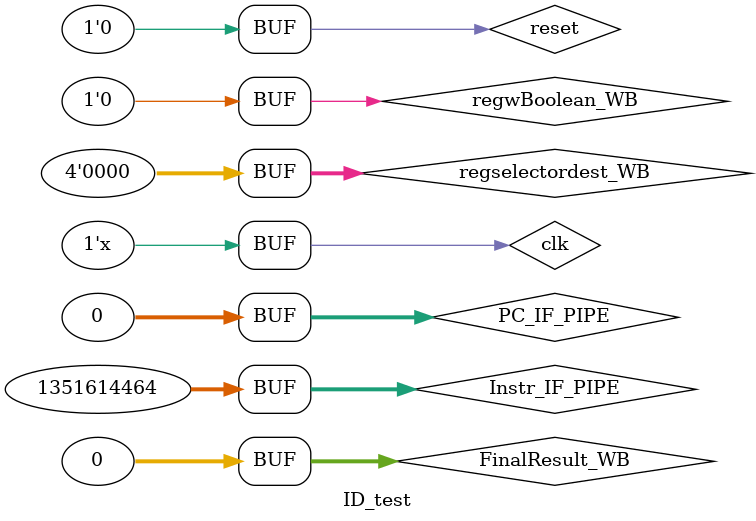
<source format=sv>
module ID_test();
	logic clk, reset;

	logic [31:0] PC_IF_PIPE, Instr_IF_PIPE;

	logic regwBoolean_ID,FlagW_ID, memwBoolean_ID, MemrBoolean_ID,branchBoolean_ID, immediateBoolean_ID;
	logic [31:0] A_ID,B_ID;
	logic [1:0] ALUControl_ID, condition_select_ID;
	logic [3:0] regselector1_ID,regselector2_ID,regselectordest_ID;

	logic regwBoolean_WB;
	logic [31:0] FinalResult_WB;
	logic [3:0] regselectordest_WB;


	ID id_module (clk, reset,regwBoolean_WB,
	  regselectordest_WB,
		PC_IF_PIPE, Instr_IF_PIPE, FinalResult_WB,
		regwBoolean_ID,FlagW_ID, memwBoolean_ID, MemrBoolean_ID,branchBoolean_ID,immediateBoolean_ID,
		A_ID,B_ID,
		ALUControl_ID, condition_select_ID,
		regselector1_ID,regselector2_ID,regselectordest_ID
	);





	initial begin
		clk=0; reset=0; FinalResult_WB=0; regselectordest_WB=0; regwBoolean_WB=0; #3;
		reset=1; #3;
		reset=0; PC_IF_PIPE=0; Instr_IF_PIPE='h48800004;  #10;
		Instr_IF_PIPE='h49000008;  #10;
		Instr_IF_PIPE='h01880002;	#10;
		Instr_IF_PIPE='h09800023;	#10;
		Instr_IF_PIPE='h2A000021;	#10;
		Instr_IF_PIPE='h50900000;	#10;
	end
	
	
	always begin
		clk=!clk; #10;
	end
	
endmodule 
</source>
